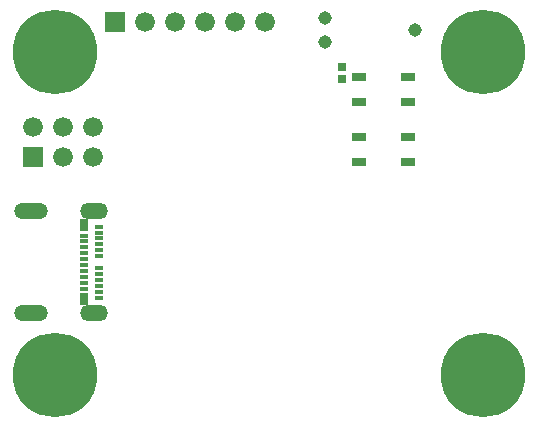
<source format=gts>
G04 Layer_Color=8388736*
%FSLAX25Y25*%
%MOIN*%
G70*
G01*
G75*
%ADD49R,0.04734X0.03159*%
%ADD50R,0.03156X0.04337*%
%ADD51R,0.03156X0.01581*%
%ADD52R,0.02765X0.02568*%
%ADD53C,0.04500*%
%ADD54C,0.28159*%
%ADD55C,0.06600*%
%ADD56R,0.06600X0.06600*%
%ADD57O,0.11236X0.05331*%
%ADD58O,0.09268X0.05331*%
D49*
X232669Y185768D02*
D03*
X216331D02*
D03*
X232669Y194232D02*
D03*
X216331D02*
D03*
Y214232D02*
D03*
X232669D02*
D03*
X216331Y205768D02*
D03*
X232669D02*
D03*
D50*
X124624Y164705D02*
D03*
Y140295D02*
D03*
D51*
Y161358D02*
D03*
Y159390D02*
D03*
Y157421D02*
D03*
Y155453D02*
D03*
Y153484D02*
D03*
Y151516D02*
D03*
Y149547D02*
D03*
Y147579D02*
D03*
Y145610D02*
D03*
Y143642D02*
D03*
X129743Y140689D02*
D03*
Y142657D02*
D03*
Y144626D02*
D03*
Y146595D02*
D03*
Y148563D02*
D03*
Y150531D02*
D03*
Y154469D02*
D03*
Y156437D02*
D03*
Y158405D02*
D03*
Y160374D02*
D03*
Y162343D02*
D03*
Y164311D02*
D03*
D52*
X210500Y213630D02*
D03*
Y217370D02*
D03*
D53*
X205000Y226000D02*
D03*
Y234000D02*
D03*
X235000Y230000D02*
D03*
D54*
X115000Y115000D02*
D03*
X257500Y222500D02*
D03*
Y115000D02*
D03*
X115000Y222500D02*
D03*
D55*
X127500Y197500D02*
D03*
Y187500D02*
D03*
X117500Y197500D02*
D03*
Y187500D02*
D03*
X107500Y197500D02*
D03*
X165000Y232500D02*
D03*
X145000D02*
D03*
X175000D02*
D03*
X155000D02*
D03*
X185000D02*
D03*
D56*
X107500Y187500D02*
D03*
X135000Y232500D02*
D03*
D57*
X107026Y135492D02*
D03*
Y169508D02*
D03*
D58*
X128128Y135492D02*
D03*
Y169508D02*
D03*
M02*

</source>
